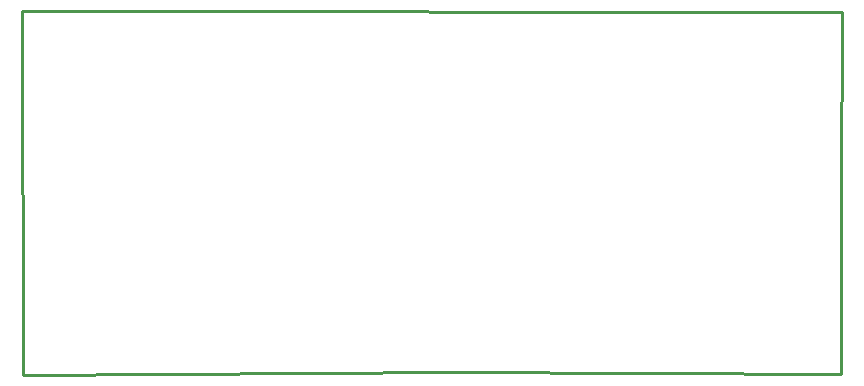
<source format=gko>
G04 Layer: BoardOutlineLayer*
G04 EasyEDA v6.5.15, 2022-08-29 16:45:13*
G04 09623d91c7444fdd891dc3a6f912d1c4,ec20ccd4d5364735b5a2b8d176f8c56e,10*
G04 Gerber Generator version 0.2*
G04 Scale: 100 percent, Rotated: No, Reflected: No *
G04 Dimensions in millimeters *
G04 leading zeros omitted , absolute positions ,4 integer and 5 decimal *
%FSLAX45Y45*%
%MOMM*%

%ADD10C,0.2540*%
D10*
X699998Y13499972D02*
G01*
X7645400Y13487400D01*
X7632700Y11963400D01*
X7632700Y10426700D01*
X4356100Y10439400D01*
X711200Y10414000D01*
X699998Y13499972D01*

%LPD*%
M02*

</source>
